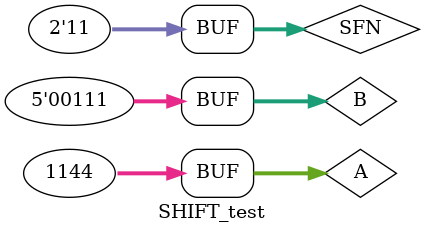
<source format=v>
 

 
// Module Name: SHIFT_test 
 
//    
// Description: 
//
// Verilog Test  module SHIFT
//
// Dependencies:
// 
// Revision:
//  
// Additional Comments: Testbecnh for SHIFT unit 
// 
////////////////////////////////////////////////////////////////////////////////

module SHIFT_test;

	// Inputs
	reg [31:0] A;
	reg [4:0] B;
	reg [1:0] SFN;

	// Outputs
	wire [31:0] Y;

	// Instantiate the Unit Under Test (UUT)
	SHIFT uut (
		.A(A), 
		.B(B), 
		.SFN(SFN), 
		.Y(Y)
	);

	initial begin
		// Initialize Inputs
		A = 0;
		B = 0;
		SFN = 0;

		// Wait 100 ns for global reset to finish
		#100;
    
	end
	initial 
	begin
	
	#10 A=32'd44         ;    B=5'd2  ; SFN=2'b00;
	#10 A=32'd44         ;    B=5'd7  ; SFN=2'b00;
	#10 A=32'd44         ;    B=5'd4  ; SFN=2'b01;
	#10 A=32'd144        ;    B=5'd6  ; SFN=2'b01;
	#10 A=32'd2147483648 ;    B=5'd31 ; SFN=2'b11;
	#10 A=32'd2147483648 ;    B=5'd30 ; SFN=2'b11;
	#10 A=32'd2147483648 ;    B=5'd15 ; SFN=2'b11;
	#10 A=32'd2147483648 ;    B=5'd2  ; SFN=2'b11;
	#10 A=32'd1144       ;    B=5'd7  ; SFN=2'b11;
	end
	
      
endmodule


</source>
